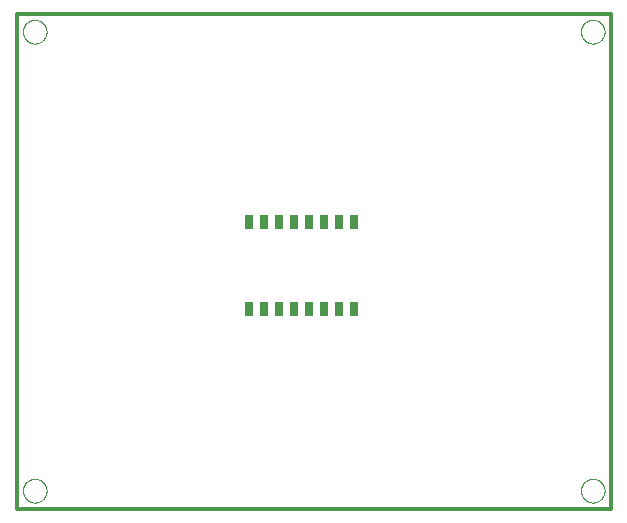
<source format=gbp>
G75*
%MOIN*%
%OFA0B0*%
%FSLAX25Y25*%
%IPPOS*%
%LPD*%
%AMOC8*
5,1,8,0,0,1.08239X$1,22.5*
%
%ADD10C,0.00000*%
%ADD11C,0.01200*%
%ADD12R,0.03000X0.05000*%
D10*
X0003863Y0007800D02*
X0003865Y0007925D01*
X0003871Y0008050D01*
X0003881Y0008174D01*
X0003895Y0008298D01*
X0003912Y0008422D01*
X0003934Y0008545D01*
X0003960Y0008667D01*
X0003989Y0008789D01*
X0004022Y0008909D01*
X0004060Y0009028D01*
X0004100Y0009147D01*
X0004145Y0009263D01*
X0004193Y0009378D01*
X0004245Y0009492D01*
X0004301Y0009604D01*
X0004360Y0009714D01*
X0004422Y0009822D01*
X0004488Y0009929D01*
X0004557Y0010033D01*
X0004630Y0010134D01*
X0004705Y0010234D01*
X0004784Y0010331D01*
X0004866Y0010425D01*
X0004951Y0010517D01*
X0005038Y0010606D01*
X0005129Y0010692D01*
X0005222Y0010775D01*
X0005318Y0010856D01*
X0005416Y0010933D01*
X0005516Y0011007D01*
X0005619Y0011078D01*
X0005724Y0011145D01*
X0005832Y0011210D01*
X0005941Y0011270D01*
X0006052Y0011328D01*
X0006165Y0011381D01*
X0006279Y0011431D01*
X0006395Y0011478D01*
X0006512Y0011520D01*
X0006631Y0011559D01*
X0006751Y0011595D01*
X0006872Y0011626D01*
X0006994Y0011654D01*
X0007116Y0011677D01*
X0007240Y0011697D01*
X0007364Y0011713D01*
X0007488Y0011725D01*
X0007613Y0011733D01*
X0007738Y0011737D01*
X0007862Y0011737D01*
X0007987Y0011733D01*
X0008112Y0011725D01*
X0008236Y0011713D01*
X0008360Y0011697D01*
X0008484Y0011677D01*
X0008606Y0011654D01*
X0008728Y0011626D01*
X0008849Y0011595D01*
X0008969Y0011559D01*
X0009088Y0011520D01*
X0009205Y0011478D01*
X0009321Y0011431D01*
X0009435Y0011381D01*
X0009548Y0011328D01*
X0009659Y0011270D01*
X0009769Y0011210D01*
X0009876Y0011145D01*
X0009981Y0011078D01*
X0010084Y0011007D01*
X0010184Y0010933D01*
X0010282Y0010856D01*
X0010378Y0010775D01*
X0010471Y0010692D01*
X0010562Y0010606D01*
X0010649Y0010517D01*
X0010734Y0010425D01*
X0010816Y0010331D01*
X0010895Y0010234D01*
X0010970Y0010134D01*
X0011043Y0010033D01*
X0011112Y0009929D01*
X0011178Y0009822D01*
X0011240Y0009714D01*
X0011299Y0009604D01*
X0011355Y0009492D01*
X0011407Y0009378D01*
X0011455Y0009263D01*
X0011500Y0009147D01*
X0011540Y0009028D01*
X0011578Y0008909D01*
X0011611Y0008789D01*
X0011640Y0008667D01*
X0011666Y0008545D01*
X0011688Y0008422D01*
X0011705Y0008298D01*
X0011719Y0008174D01*
X0011729Y0008050D01*
X0011735Y0007925D01*
X0011737Y0007800D01*
X0011735Y0007675D01*
X0011729Y0007550D01*
X0011719Y0007426D01*
X0011705Y0007302D01*
X0011688Y0007178D01*
X0011666Y0007055D01*
X0011640Y0006933D01*
X0011611Y0006811D01*
X0011578Y0006691D01*
X0011540Y0006572D01*
X0011500Y0006453D01*
X0011455Y0006337D01*
X0011407Y0006222D01*
X0011355Y0006108D01*
X0011299Y0005996D01*
X0011240Y0005886D01*
X0011178Y0005778D01*
X0011112Y0005671D01*
X0011043Y0005567D01*
X0010970Y0005466D01*
X0010895Y0005366D01*
X0010816Y0005269D01*
X0010734Y0005175D01*
X0010649Y0005083D01*
X0010562Y0004994D01*
X0010471Y0004908D01*
X0010378Y0004825D01*
X0010282Y0004744D01*
X0010184Y0004667D01*
X0010084Y0004593D01*
X0009981Y0004522D01*
X0009876Y0004455D01*
X0009768Y0004390D01*
X0009659Y0004330D01*
X0009548Y0004272D01*
X0009435Y0004219D01*
X0009321Y0004169D01*
X0009205Y0004122D01*
X0009088Y0004080D01*
X0008969Y0004041D01*
X0008849Y0004005D01*
X0008728Y0003974D01*
X0008606Y0003946D01*
X0008484Y0003923D01*
X0008360Y0003903D01*
X0008236Y0003887D01*
X0008112Y0003875D01*
X0007987Y0003867D01*
X0007862Y0003863D01*
X0007738Y0003863D01*
X0007613Y0003867D01*
X0007488Y0003875D01*
X0007364Y0003887D01*
X0007240Y0003903D01*
X0007116Y0003923D01*
X0006994Y0003946D01*
X0006872Y0003974D01*
X0006751Y0004005D01*
X0006631Y0004041D01*
X0006512Y0004080D01*
X0006395Y0004122D01*
X0006279Y0004169D01*
X0006165Y0004219D01*
X0006052Y0004272D01*
X0005941Y0004330D01*
X0005831Y0004390D01*
X0005724Y0004455D01*
X0005619Y0004522D01*
X0005516Y0004593D01*
X0005416Y0004667D01*
X0005318Y0004744D01*
X0005222Y0004825D01*
X0005129Y0004908D01*
X0005038Y0004994D01*
X0004951Y0005083D01*
X0004866Y0005175D01*
X0004784Y0005269D01*
X0004705Y0005366D01*
X0004630Y0005466D01*
X0004557Y0005567D01*
X0004488Y0005671D01*
X0004422Y0005778D01*
X0004360Y0005886D01*
X0004301Y0005996D01*
X0004245Y0006108D01*
X0004193Y0006222D01*
X0004145Y0006337D01*
X0004100Y0006453D01*
X0004060Y0006572D01*
X0004022Y0006691D01*
X0003989Y0006811D01*
X0003960Y0006933D01*
X0003934Y0007055D01*
X0003912Y0007178D01*
X0003895Y0007302D01*
X0003881Y0007426D01*
X0003871Y0007550D01*
X0003865Y0007675D01*
X0003863Y0007800D01*
X0003863Y0160800D02*
X0003865Y0160925D01*
X0003871Y0161050D01*
X0003881Y0161174D01*
X0003895Y0161298D01*
X0003912Y0161422D01*
X0003934Y0161545D01*
X0003960Y0161667D01*
X0003989Y0161789D01*
X0004022Y0161909D01*
X0004060Y0162028D01*
X0004100Y0162147D01*
X0004145Y0162263D01*
X0004193Y0162378D01*
X0004245Y0162492D01*
X0004301Y0162604D01*
X0004360Y0162714D01*
X0004422Y0162822D01*
X0004488Y0162929D01*
X0004557Y0163033D01*
X0004630Y0163134D01*
X0004705Y0163234D01*
X0004784Y0163331D01*
X0004866Y0163425D01*
X0004951Y0163517D01*
X0005038Y0163606D01*
X0005129Y0163692D01*
X0005222Y0163775D01*
X0005318Y0163856D01*
X0005416Y0163933D01*
X0005516Y0164007D01*
X0005619Y0164078D01*
X0005724Y0164145D01*
X0005832Y0164210D01*
X0005941Y0164270D01*
X0006052Y0164328D01*
X0006165Y0164381D01*
X0006279Y0164431D01*
X0006395Y0164478D01*
X0006512Y0164520D01*
X0006631Y0164559D01*
X0006751Y0164595D01*
X0006872Y0164626D01*
X0006994Y0164654D01*
X0007116Y0164677D01*
X0007240Y0164697D01*
X0007364Y0164713D01*
X0007488Y0164725D01*
X0007613Y0164733D01*
X0007738Y0164737D01*
X0007862Y0164737D01*
X0007987Y0164733D01*
X0008112Y0164725D01*
X0008236Y0164713D01*
X0008360Y0164697D01*
X0008484Y0164677D01*
X0008606Y0164654D01*
X0008728Y0164626D01*
X0008849Y0164595D01*
X0008969Y0164559D01*
X0009088Y0164520D01*
X0009205Y0164478D01*
X0009321Y0164431D01*
X0009435Y0164381D01*
X0009548Y0164328D01*
X0009659Y0164270D01*
X0009769Y0164210D01*
X0009876Y0164145D01*
X0009981Y0164078D01*
X0010084Y0164007D01*
X0010184Y0163933D01*
X0010282Y0163856D01*
X0010378Y0163775D01*
X0010471Y0163692D01*
X0010562Y0163606D01*
X0010649Y0163517D01*
X0010734Y0163425D01*
X0010816Y0163331D01*
X0010895Y0163234D01*
X0010970Y0163134D01*
X0011043Y0163033D01*
X0011112Y0162929D01*
X0011178Y0162822D01*
X0011240Y0162714D01*
X0011299Y0162604D01*
X0011355Y0162492D01*
X0011407Y0162378D01*
X0011455Y0162263D01*
X0011500Y0162147D01*
X0011540Y0162028D01*
X0011578Y0161909D01*
X0011611Y0161789D01*
X0011640Y0161667D01*
X0011666Y0161545D01*
X0011688Y0161422D01*
X0011705Y0161298D01*
X0011719Y0161174D01*
X0011729Y0161050D01*
X0011735Y0160925D01*
X0011737Y0160800D01*
X0011735Y0160675D01*
X0011729Y0160550D01*
X0011719Y0160426D01*
X0011705Y0160302D01*
X0011688Y0160178D01*
X0011666Y0160055D01*
X0011640Y0159933D01*
X0011611Y0159811D01*
X0011578Y0159691D01*
X0011540Y0159572D01*
X0011500Y0159453D01*
X0011455Y0159337D01*
X0011407Y0159222D01*
X0011355Y0159108D01*
X0011299Y0158996D01*
X0011240Y0158886D01*
X0011178Y0158778D01*
X0011112Y0158671D01*
X0011043Y0158567D01*
X0010970Y0158466D01*
X0010895Y0158366D01*
X0010816Y0158269D01*
X0010734Y0158175D01*
X0010649Y0158083D01*
X0010562Y0157994D01*
X0010471Y0157908D01*
X0010378Y0157825D01*
X0010282Y0157744D01*
X0010184Y0157667D01*
X0010084Y0157593D01*
X0009981Y0157522D01*
X0009876Y0157455D01*
X0009768Y0157390D01*
X0009659Y0157330D01*
X0009548Y0157272D01*
X0009435Y0157219D01*
X0009321Y0157169D01*
X0009205Y0157122D01*
X0009088Y0157080D01*
X0008969Y0157041D01*
X0008849Y0157005D01*
X0008728Y0156974D01*
X0008606Y0156946D01*
X0008484Y0156923D01*
X0008360Y0156903D01*
X0008236Y0156887D01*
X0008112Y0156875D01*
X0007987Y0156867D01*
X0007862Y0156863D01*
X0007738Y0156863D01*
X0007613Y0156867D01*
X0007488Y0156875D01*
X0007364Y0156887D01*
X0007240Y0156903D01*
X0007116Y0156923D01*
X0006994Y0156946D01*
X0006872Y0156974D01*
X0006751Y0157005D01*
X0006631Y0157041D01*
X0006512Y0157080D01*
X0006395Y0157122D01*
X0006279Y0157169D01*
X0006165Y0157219D01*
X0006052Y0157272D01*
X0005941Y0157330D01*
X0005831Y0157390D01*
X0005724Y0157455D01*
X0005619Y0157522D01*
X0005516Y0157593D01*
X0005416Y0157667D01*
X0005318Y0157744D01*
X0005222Y0157825D01*
X0005129Y0157908D01*
X0005038Y0157994D01*
X0004951Y0158083D01*
X0004866Y0158175D01*
X0004784Y0158269D01*
X0004705Y0158366D01*
X0004630Y0158466D01*
X0004557Y0158567D01*
X0004488Y0158671D01*
X0004422Y0158778D01*
X0004360Y0158886D01*
X0004301Y0158996D01*
X0004245Y0159108D01*
X0004193Y0159222D01*
X0004145Y0159337D01*
X0004100Y0159453D01*
X0004060Y0159572D01*
X0004022Y0159691D01*
X0003989Y0159811D01*
X0003960Y0159933D01*
X0003934Y0160055D01*
X0003912Y0160178D01*
X0003895Y0160302D01*
X0003881Y0160426D01*
X0003871Y0160550D01*
X0003865Y0160675D01*
X0003863Y0160800D01*
X0189863Y0160800D02*
X0189865Y0160925D01*
X0189871Y0161050D01*
X0189881Y0161174D01*
X0189895Y0161298D01*
X0189912Y0161422D01*
X0189934Y0161545D01*
X0189960Y0161667D01*
X0189989Y0161789D01*
X0190022Y0161909D01*
X0190060Y0162028D01*
X0190100Y0162147D01*
X0190145Y0162263D01*
X0190193Y0162378D01*
X0190245Y0162492D01*
X0190301Y0162604D01*
X0190360Y0162714D01*
X0190422Y0162822D01*
X0190488Y0162929D01*
X0190557Y0163033D01*
X0190630Y0163134D01*
X0190705Y0163234D01*
X0190784Y0163331D01*
X0190866Y0163425D01*
X0190951Y0163517D01*
X0191038Y0163606D01*
X0191129Y0163692D01*
X0191222Y0163775D01*
X0191318Y0163856D01*
X0191416Y0163933D01*
X0191516Y0164007D01*
X0191619Y0164078D01*
X0191724Y0164145D01*
X0191832Y0164210D01*
X0191941Y0164270D01*
X0192052Y0164328D01*
X0192165Y0164381D01*
X0192279Y0164431D01*
X0192395Y0164478D01*
X0192512Y0164520D01*
X0192631Y0164559D01*
X0192751Y0164595D01*
X0192872Y0164626D01*
X0192994Y0164654D01*
X0193116Y0164677D01*
X0193240Y0164697D01*
X0193364Y0164713D01*
X0193488Y0164725D01*
X0193613Y0164733D01*
X0193738Y0164737D01*
X0193862Y0164737D01*
X0193987Y0164733D01*
X0194112Y0164725D01*
X0194236Y0164713D01*
X0194360Y0164697D01*
X0194484Y0164677D01*
X0194606Y0164654D01*
X0194728Y0164626D01*
X0194849Y0164595D01*
X0194969Y0164559D01*
X0195088Y0164520D01*
X0195205Y0164478D01*
X0195321Y0164431D01*
X0195435Y0164381D01*
X0195548Y0164328D01*
X0195659Y0164270D01*
X0195769Y0164210D01*
X0195876Y0164145D01*
X0195981Y0164078D01*
X0196084Y0164007D01*
X0196184Y0163933D01*
X0196282Y0163856D01*
X0196378Y0163775D01*
X0196471Y0163692D01*
X0196562Y0163606D01*
X0196649Y0163517D01*
X0196734Y0163425D01*
X0196816Y0163331D01*
X0196895Y0163234D01*
X0196970Y0163134D01*
X0197043Y0163033D01*
X0197112Y0162929D01*
X0197178Y0162822D01*
X0197240Y0162714D01*
X0197299Y0162604D01*
X0197355Y0162492D01*
X0197407Y0162378D01*
X0197455Y0162263D01*
X0197500Y0162147D01*
X0197540Y0162028D01*
X0197578Y0161909D01*
X0197611Y0161789D01*
X0197640Y0161667D01*
X0197666Y0161545D01*
X0197688Y0161422D01*
X0197705Y0161298D01*
X0197719Y0161174D01*
X0197729Y0161050D01*
X0197735Y0160925D01*
X0197737Y0160800D01*
X0197735Y0160675D01*
X0197729Y0160550D01*
X0197719Y0160426D01*
X0197705Y0160302D01*
X0197688Y0160178D01*
X0197666Y0160055D01*
X0197640Y0159933D01*
X0197611Y0159811D01*
X0197578Y0159691D01*
X0197540Y0159572D01*
X0197500Y0159453D01*
X0197455Y0159337D01*
X0197407Y0159222D01*
X0197355Y0159108D01*
X0197299Y0158996D01*
X0197240Y0158886D01*
X0197178Y0158778D01*
X0197112Y0158671D01*
X0197043Y0158567D01*
X0196970Y0158466D01*
X0196895Y0158366D01*
X0196816Y0158269D01*
X0196734Y0158175D01*
X0196649Y0158083D01*
X0196562Y0157994D01*
X0196471Y0157908D01*
X0196378Y0157825D01*
X0196282Y0157744D01*
X0196184Y0157667D01*
X0196084Y0157593D01*
X0195981Y0157522D01*
X0195876Y0157455D01*
X0195768Y0157390D01*
X0195659Y0157330D01*
X0195548Y0157272D01*
X0195435Y0157219D01*
X0195321Y0157169D01*
X0195205Y0157122D01*
X0195088Y0157080D01*
X0194969Y0157041D01*
X0194849Y0157005D01*
X0194728Y0156974D01*
X0194606Y0156946D01*
X0194484Y0156923D01*
X0194360Y0156903D01*
X0194236Y0156887D01*
X0194112Y0156875D01*
X0193987Y0156867D01*
X0193862Y0156863D01*
X0193738Y0156863D01*
X0193613Y0156867D01*
X0193488Y0156875D01*
X0193364Y0156887D01*
X0193240Y0156903D01*
X0193116Y0156923D01*
X0192994Y0156946D01*
X0192872Y0156974D01*
X0192751Y0157005D01*
X0192631Y0157041D01*
X0192512Y0157080D01*
X0192395Y0157122D01*
X0192279Y0157169D01*
X0192165Y0157219D01*
X0192052Y0157272D01*
X0191941Y0157330D01*
X0191831Y0157390D01*
X0191724Y0157455D01*
X0191619Y0157522D01*
X0191516Y0157593D01*
X0191416Y0157667D01*
X0191318Y0157744D01*
X0191222Y0157825D01*
X0191129Y0157908D01*
X0191038Y0157994D01*
X0190951Y0158083D01*
X0190866Y0158175D01*
X0190784Y0158269D01*
X0190705Y0158366D01*
X0190630Y0158466D01*
X0190557Y0158567D01*
X0190488Y0158671D01*
X0190422Y0158778D01*
X0190360Y0158886D01*
X0190301Y0158996D01*
X0190245Y0159108D01*
X0190193Y0159222D01*
X0190145Y0159337D01*
X0190100Y0159453D01*
X0190060Y0159572D01*
X0190022Y0159691D01*
X0189989Y0159811D01*
X0189960Y0159933D01*
X0189934Y0160055D01*
X0189912Y0160178D01*
X0189895Y0160302D01*
X0189881Y0160426D01*
X0189871Y0160550D01*
X0189865Y0160675D01*
X0189863Y0160800D01*
X0189863Y0007800D02*
X0189865Y0007925D01*
X0189871Y0008050D01*
X0189881Y0008174D01*
X0189895Y0008298D01*
X0189912Y0008422D01*
X0189934Y0008545D01*
X0189960Y0008667D01*
X0189989Y0008789D01*
X0190022Y0008909D01*
X0190060Y0009028D01*
X0190100Y0009147D01*
X0190145Y0009263D01*
X0190193Y0009378D01*
X0190245Y0009492D01*
X0190301Y0009604D01*
X0190360Y0009714D01*
X0190422Y0009822D01*
X0190488Y0009929D01*
X0190557Y0010033D01*
X0190630Y0010134D01*
X0190705Y0010234D01*
X0190784Y0010331D01*
X0190866Y0010425D01*
X0190951Y0010517D01*
X0191038Y0010606D01*
X0191129Y0010692D01*
X0191222Y0010775D01*
X0191318Y0010856D01*
X0191416Y0010933D01*
X0191516Y0011007D01*
X0191619Y0011078D01*
X0191724Y0011145D01*
X0191832Y0011210D01*
X0191941Y0011270D01*
X0192052Y0011328D01*
X0192165Y0011381D01*
X0192279Y0011431D01*
X0192395Y0011478D01*
X0192512Y0011520D01*
X0192631Y0011559D01*
X0192751Y0011595D01*
X0192872Y0011626D01*
X0192994Y0011654D01*
X0193116Y0011677D01*
X0193240Y0011697D01*
X0193364Y0011713D01*
X0193488Y0011725D01*
X0193613Y0011733D01*
X0193738Y0011737D01*
X0193862Y0011737D01*
X0193987Y0011733D01*
X0194112Y0011725D01*
X0194236Y0011713D01*
X0194360Y0011697D01*
X0194484Y0011677D01*
X0194606Y0011654D01*
X0194728Y0011626D01*
X0194849Y0011595D01*
X0194969Y0011559D01*
X0195088Y0011520D01*
X0195205Y0011478D01*
X0195321Y0011431D01*
X0195435Y0011381D01*
X0195548Y0011328D01*
X0195659Y0011270D01*
X0195769Y0011210D01*
X0195876Y0011145D01*
X0195981Y0011078D01*
X0196084Y0011007D01*
X0196184Y0010933D01*
X0196282Y0010856D01*
X0196378Y0010775D01*
X0196471Y0010692D01*
X0196562Y0010606D01*
X0196649Y0010517D01*
X0196734Y0010425D01*
X0196816Y0010331D01*
X0196895Y0010234D01*
X0196970Y0010134D01*
X0197043Y0010033D01*
X0197112Y0009929D01*
X0197178Y0009822D01*
X0197240Y0009714D01*
X0197299Y0009604D01*
X0197355Y0009492D01*
X0197407Y0009378D01*
X0197455Y0009263D01*
X0197500Y0009147D01*
X0197540Y0009028D01*
X0197578Y0008909D01*
X0197611Y0008789D01*
X0197640Y0008667D01*
X0197666Y0008545D01*
X0197688Y0008422D01*
X0197705Y0008298D01*
X0197719Y0008174D01*
X0197729Y0008050D01*
X0197735Y0007925D01*
X0197737Y0007800D01*
X0197735Y0007675D01*
X0197729Y0007550D01*
X0197719Y0007426D01*
X0197705Y0007302D01*
X0197688Y0007178D01*
X0197666Y0007055D01*
X0197640Y0006933D01*
X0197611Y0006811D01*
X0197578Y0006691D01*
X0197540Y0006572D01*
X0197500Y0006453D01*
X0197455Y0006337D01*
X0197407Y0006222D01*
X0197355Y0006108D01*
X0197299Y0005996D01*
X0197240Y0005886D01*
X0197178Y0005778D01*
X0197112Y0005671D01*
X0197043Y0005567D01*
X0196970Y0005466D01*
X0196895Y0005366D01*
X0196816Y0005269D01*
X0196734Y0005175D01*
X0196649Y0005083D01*
X0196562Y0004994D01*
X0196471Y0004908D01*
X0196378Y0004825D01*
X0196282Y0004744D01*
X0196184Y0004667D01*
X0196084Y0004593D01*
X0195981Y0004522D01*
X0195876Y0004455D01*
X0195768Y0004390D01*
X0195659Y0004330D01*
X0195548Y0004272D01*
X0195435Y0004219D01*
X0195321Y0004169D01*
X0195205Y0004122D01*
X0195088Y0004080D01*
X0194969Y0004041D01*
X0194849Y0004005D01*
X0194728Y0003974D01*
X0194606Y0003946D01*
X0194484Y0003923D01*
X0194360Y0003903D01*
X0194236Y0003887D01*
X0194112Y0003875D01*
X0193987Y0003867D01*
X0193862Y0003863D01*
X0193738Y0003863D01*
X0193613Y0003867D01*
X0193488Y0003875D01*
X0193364Y0003887D01*
X0193240Y0003903D01*
X0193116Y0003923D01*
X0192994Y0003946D01*
X0192872Y0003974D01*
X0192751Y0004005D01*
X0192631Y0004041D01*
X0192512Y0004080D01*
X0192395Y0004122D01*
X0192279Y0004169D01*
X0192165Y0004219D01*
X0192052Y0004272D01*
X0191941Y0004330D01*
X0191831Y0004390D01*
X0191724Y0004455D01*
X0191619Y0004522D01*
X0191516Y0004593D01*
X0191416Y0004667D01*
X0191318Y0004744D01*
X0191222Y0004825D01*
X0191129Y0004908D01*
X0191038Y0004994D01*
X0190951Y0005083D01*
X0190866Y0005175D01*
X0190784Y0005269D01*
X0190705Y0005366D01*
X0190630Y0005466D01*
X0190557Y0005567D01*
X0190488Y0005671D01*
X0190422Y0005778D01*
X0190360Y0005886D01*
X0190301Y0005996D01*
X0190245Y0006108D01*
X0190193Y0006222D01*
X0190145Y0006337D01*
X0190100Y0006453D01*
X0190060Y0006572D01*
X0190022Y0006691D01*
X0189989Y0006811D01*
X0189960Y0006933D01*
X0189934Y0007055D01*
X0189912Y0007178D01*
X0189895Y0007302D01*
X0189881Y0007426D01*
X0189871Y0007550D01*
X0189865Y0007675D01*
X0189863Y0007800D01*
D11*
X0001800Y0001800D02*
X0001800Y0166800D01*
X0199800Y0166800D01*
X0199800Y0001800D01*
X0001800Y0001800D01*
D12*
X0079300Y0068233D03*
X0084300Y0068233D03*
X0089300Y0068233D03*
X0094300Y0068233D03*
X0099300Y0068233D03*
X0104300Y0068233D03*
X0109300Y0068233D03*
X0114300Y0068233D03*
X0114300Y0097367D03*
X0109300Y0097367D03*
X0104300Y0097367D03*
X0099300Y0097367D03*
X0094300Y0097367D03*
X0089300Y0097367D03*
X0084300Y0097367D03*
X0079300Y0097367D03*
M02*

</source>
